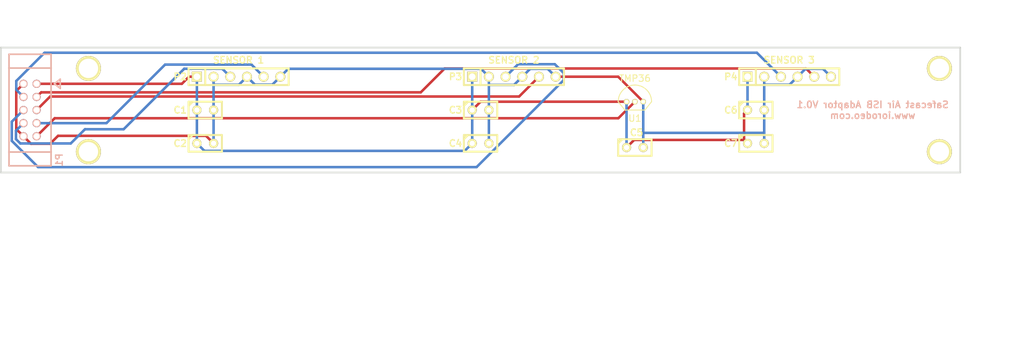
<source format=kicad_pcb>
(kicad_pcb (version 3) (host pcbnew "(2013-jul-07)-stable")

  (general
    (links 36)
    (no_connects 0)
    (area 39.877999 64.744603 197.805524 116.940001)
    (thickness 1.6)
    (drawings 25)
    (tracks 98)
    (zones 0)
    (modules 16)
    (nets 10)
  )

  (page A3)
  (layers
    (15 F.Cu signal)
    (0 B.Cu signal)
    (16 B.Adhes user)
    (17 F.Adhes user)
    (18 B.Paste user)
    (19 F.Paste user)
    (20 B.SilkS user)
    (21 F.SilkS user)
    (22 B.Mask user)
    (23 F.Mask user)
    (24 Dwgs.User user)
    (25 Cmts.User user)
    (26 Eco1.User user)
    (27 Eco2.User user)
    (28 Edge.Cuts user)
  )

  (setup
    (last_trace_width 0.381)
    (trace_clearance 0.254)
    (zone_clearance 0.508)
    (zone_45_only no)
    (trace_min 0.254)
    (segment_width 0.2)
    (edge_width 0.254)
    (via_size 0.889)
    (via_drill 0.635)
    (via_min_size 0.889)
    (via_min_drill 0.508)
    (uvia_size 0.508)
    (uvia_drill 0.127)
    (uvias_allowed no)
    (uvia_min_size 0.508)
    (uvia_min_drill 0.127)
    (pcb_text_width 0.2032)
    (pcb_text_size 1.016 1.016)
    (mod_edge_width 0.15)
    (mod_text_size 1 1)
    (mod_text_width 0.15)
    (pad_size 1.5 1.5)
    (pad_drill 0.6)
    (pad_to_mask_clearance 0)
    (aux_axis_origin 0 0)
    (visible_elements FFFFFFBF)
    (pcbplotparams
      (layerselection 284196865)
      (usegerberextensions true)
      (excludeedgelayer true)
      (linewidth 0.150000)
      (plotframeref false)
      (viasonmask false)
      (mode 1)
      (useauxorigin false)
      (hpglpennumber 1)
      (hpglpenspeed 20)
      (hpglpendiameter 15)
      (hpglpenoverlay 2)
      (psnegative false)
      (psa4output false)
      (plotreference true)
      (plotvalue true)
      (plotothertext true)
      (plotinvisibletext false)
      (padsonsilk false)
      (subtractmaskfromsilk false)
      (outputformat 1)
      (mirror false)
      (drillshape 0)
      (scaleselection 1)
      (outputdirectory gerber_v0p1/))
  )

  (net 0 "")
  (net 1 /AUX1)
  (net 2 /AUX2)
  (net 3 /AUX3)
  (net 4 /TMP)
  (net 5 /VIN)
  (net 6 /WRK1)
  (net 7 /WRK2)
  (net 8 /WRK3)
  (net 9 GND)

  (net_class Default "This is the default net class."
    (clearance 0.254)
    (trace_width 0.381)
    (via_dia 0.889)
    (via_drill 0.635)
    (uvia_dia 0.508)
    (uvia_drill 0.127)
    (add_net "")
    (add_net /AUX1)
    (add_net /AUX2)
    (add_net /AUX3)
    (add_net /TMP)
    (add_net /WRK1)
    (add_net /WRK2)
    (add_net /WRK3)
  )

  (net_class Power ""
    (clearance 0.254)
    (trace_width 0.381)
    (via_dia 0.889)
    (via_drill 0.635)
    (uvia_dia 0.508)
    (uvia_drill 0.127)
    (add_net /VIN)
    (add_net GND)
  )

  (module TMP36 (layer F.Cu) (tedit 557899C4) (tstamp 55789AC8)
    (at 136.525 80.01)
    (path /5578959F)
    (fp_text reference U1 (at 0 2.54) (layer F.SilkS)
      (effects (font (size 1 1) (thickness 0.15)))
    )
    (fp_text value TMP36 (at 0 -3.556) (layer F.SilkS)
      (effects (font (size 1 1) (thickness 0.15)))
    )
    (fp_arc (start 0 0) (end 0 -2.54) (angle 90) (layer F.SilkS) (width 0.15))
    (fp_arc (start 0 0) (end -2.54 0) (angle 90) (layer F.SilkS) (width 0.15))
    (fp_line (start -1.524 1.27) (end -2.54 0) (layer F.SilkS) (width 0.15))
    (fp_line (start 1.524 1.27) (end 2.54 0) (layer F.SilkS) (width 0.15))
    (fp_line (start -1.524 1.27) (end 1.524 1.27) (layer F.SilkS) (width 0.15))
    (pad 1 thru_hole circle (at -1.27 0) (size 0.8382 0.8382) (drill 0.508)
      (layers *.Cu *.Mask F.SilkS)
      (net 5 /VIN)
    )
    (pad 2 thru_hole circle (at 0 0) (size 0.8382 0.8382) (drill 0.508)
      (layers *.Cu *.Mask F.SilkS)
      (net 4 /TMP)
    )
    (pad 3 thru_hole circle (at 1.27 0) (size 0.8382 0.8382) (drill 0.508)
      (layers *.Cu *.Mask F.SilkS)
      (net 9 GND)
    )
  )

  (module PIN_ARRAY-6X1 (layer F.Cu) (tedit 5578A320) (tstamp 55789A29)
    (at 76.2 76.2)
    (descr "Connecteur 6 pins")
    (tags "CONN DEV")
    (path /557884C6)
    (fp_text reference P2 (at -8.89 0) (layer F.SilkS)
      (effects (font (size 1.016 1.016) (thickness 0.2032)))
    )
    (fp_text value CONN_6 (at 0 2.159) (layer F.SilkS) hide
      (effects (font (size 1.016 0.889) (thickness 0.2032)))
    )
    (fp_line (start -7.62 1.27) (end -7.62 -1.27) (layer F.SilkS) (width 0.3048))
    (fp_line (start -7.62 -1.27) (end 7.62 -1.27) (layer F.SilkS) (width 0.3048))
    (fp_line (start 7.62 -1.27) (end 7.62 1.27) (layer F.SilkS) (width 0.3048))
    (fp_line (start 7.62 1.27) (end -7.62 1.27) (layer F.SilkS) (width 0.3048))
    (fp_line (start -5.08 1.27) (end -5.08 -1.27) (layer F.SilkS) (width 0.3048))
    (pad 1 thru_hole rect (at -6.35 0) (size 1.524 1.524) (drill 1.016)
      (layers *.Cu *.Mask F.SilkS)
      (net 5 /VIN)
    )
    (pad 2 thru_hole circle (at -3.81 0) (size 1.524 1.524) (drill 1.016)
      (layers *.Cu *.Mask F.SilkS)
      (net 9 GND)
    )
    (pad 3 thru_hole circle (at -1.27 0) (size 1.524 1.524) (drill 1.016)
      (layers *.Cu *.Mask F.SilkS)
      (net 6 /WRK1)
    )
    (pad 4 thru_hole circle (at 1.27 0) (size 1.524 1.524) (drill 1.016)
      (layers *.Cu *.Mask F.SilkS)
      (net 9 GND)
    )
    (pad 5 thru_hole circle (at 3.81 0) (size 1.524 1.524) (drill 1.016)
      (layers *.Cu *.Mask F.SilkS)
      (net 1 /AUX1)
    )
    (pad 6 thru_hole circle (at 6.35 0) (size 1.524 1.524) (drill 1.016)
      (layers *.Cu *.Mask F.SilkS)
      (net 9 GND)
    )
    (model pin_array/pins_array_6x1.wrl
      (at (xyz 0 0 0))
      (scale (xyz 1 1 1))
      (rotate (xyz 0 0 0))
    )
  )

  (module PIN_ARRAY-6X1 (layer F.Cu) (tedit 5578A33A) (tstamp 55789A38)
    (at 118.11 76.2)
    (descr "Connecteur 6 pins")
    (tags "CONN DEV")
    (path /557886C3)
    (fp_text reference P3 (at -8.89 0) (layer F.SilkS)
      (effects (font (size 1.016 1.016) (thickness 0.2032)))
    )
    (fp_text value CONN_6 (at 0 2.159) (layer F.SilkS) hide
      (effects (font (size 1.016 0.889) (thickness 0.2032)))
    )
    (fp_line (start -7.62 1.27) (end -7.62 -1.27) (layer F.SilkS) (width 0.3048))
    (fp_line (start -7.62 -1.27) (end 7.62 -1.27) (layer F.SilkS) (width 0.3048))
    (fp_line (start 7.62 -1.27) (end 7.62 1.27) (layer F.SilkS) (width 0.3048))
    (fp_line (start 7.62 1.27) (end -7.62 1.27) (layer F.SilkS) (width 0.3048))
    (fp_line (start -5.08 1.27) (end -5.08 -1.27) (layer F.SilkS) (width 0.3048))
    (pad 1 thru_hole rect (at -6.35 0) (size 1.524 1.524) (drill 1.016)
      (layers *.Cu *.Mask F.SilkS)
      (net 5 /VIN)
    )
    (pad 2 thru_hole circle (at -3.81 0) (size 1.524 1.524) (drill 1.016)
      (layers *.Cu *.Mask F.SilkS)
      (net 9 GND)
    )
    (pad 3 thru_hole circle (at -1.27 0) (size 1.524 1.524) (drill 1.016)
      (layers *.Cu *.Mask F.SilkS)
      (net 7 /WRK2)
    )
    (pad 4 thru_hole circle (at 1.27 0) (size 1.524 1.524) (drill 1.016)
      (layers *.Cu *.Mask F.SilkS)
      (net 9 GND)
    )
    (pad 5 thru_hole circle (at 3.81 0) (size 1.524 1.524) (drill 1.016)
      (layers *.Cu *.Mask F.SilkS)
      (net 2 /AUX2)
    )
    (pad 6 thru_hole circle (at 6.35 0) (size 1.524 1.524) (drill 1.016)
      (layers *.Cu *.Mask F.SilkS)
      (net 9 GND)
    )
    (model pin_array/pins_array_6x1.wrl
      (at (xyz 0 0 0))
      (scale (xyz 1 1 1))
      (rotate (xyz 0 0 0))
    )
  )

  (module PIN_ARRAY-6X1 (layer F.Cu) (tedit 5578A349) (tstamp 55789A47)
    (at 160.02 76.2)
    (descr "Connecteur 6 pins")
    (tags "CONN DEV")
    (path /557886DC)
    (fp_text reference P4 (at -8.89 0) (layer F.SilkS)
      (effects (font (size 1.016 1.016) (thickness 0.2032)))
    )
    (fp_text value CONN_6 (at 0 2.159) (layer F.SilkS) hide
      (effects (font (size 1.016 0.889) (thickness 0.2032)))
    )
    (fp_line (start -7.62 1.27) (end -7.62 -1.27) (layer F.SilkS) (width 0.3048))
    (fp_line (start -7.62 -1.27) (end 7.62 -1.27) (layer F.SilkS) (width 0.3048))
    (fp_line (start 7.62 -1.27) (end 7.62 1.27) (layer F.SilkS) (width 0.3048))
    (fp_line (start 7.62 1.27) (end -7.62 1.27) (layer F.SilkS) (width 0.3048))
    (fp_line (start -5.08 1.27) (end -5.08 -1.27) (layer F.SilkS) (width 0.3048))
    (pad 1 thru_hole rect (at -6.35 0) (size 1.524 1.524) (drill 1.016)
      (layers *.Cu *.Mask F.SilkS)
      (net 5 /VIN)
    )
    (pad 2 thru_hole circle (at -3.81 0) (size 1.524 1.524) (drill 1.016)
      (layers *.Cu *.Mask F.SilkS)
      (net 9 GND)
    )
    (pad 3 thru_hole circle (at -1.27 0) (size 1.524 1.524) (drill 1.016)
      (layers *.Cu *.Mask F.SilkS)
      (net 8 /WRK3)
    )
    (pad 4 thru_hole circle (at 1.27 0) (size 1.524 1.524) (drill 1.016)
      (layers *.Cu *.Mask F.SilkS)
      (net 9 GND)
    )
    (pad 5 thru_hole circle (at 3.81 0) (size 1.524 1.524) (drill 1.016)
      (layers *.Cu *.Mask F.SilkS)
      (net 3 /AUX3)
    )
    (pad 6 thru_hole circle (at 6.35 0) (size 1.524 1.524) (drill 1.016)
      (layers *.Cu *.Mask F.SilkS)
      (net 9 GND)
    )
    (model pin_array/pins_array_6x1.wrl
      (at (xyz 0 0 0))
      (scale (xyz 1 1 1))
      (rotate (xyz 0 0 0))
    )
  )

  (module C1 (layer F.Cu) (tedit 5578A327) (tstamp 55789A52)
    (at 71.12 81.28)
    (descr "Condensateur e = 1 pas")
    (tags C)
    (path /557892EC)
    (fp_text reference C1 (at -3.81 0) (layer F.SilkS)
      (effects (font (size 1.016 1.016) (thickness 0.2032)))
    )
    (fp_text value 10nF (at 0 -2.286) (layer F.SilkS) hide
      (effects (font (size 1.016 1.016) (thickness 0.2032)))
    )
    (fp_line (start -2.4892 -1.27) (end 2.54 -1.27) (layer F.SilkS) (width 0.3048))
    (fp_line (start 2.54 -1.27) (end 2.54 1.27) (layer F.SilkS) (width 0.3048))
    (fp_line (start 2.54 1.27) (end -2.54 1.27) (layer F.SilkS) (width 0.3048))
    (fp_line (start -2.54 1.27) (end -2.54 -1.27) (layer F.SilkS) (width 0.3048))
    (fp_line (start -2.54 -0.635) (end -1.905 -1.27) (layer F.SilkS) (width 0.3048))
    (pad 1 thru_hole circle (at -1.27 0) (size 1.397 1.397) (drill 0.8128)
      (layers *.Cu *.Mask F.SilkS)
      (net 5 /VIN)
    )
    (pad 2 thru_hole circle (at 1.27 0) (size 1.397 1.397) (drill 0.8128)
      (layers *.Cu *.Mask F.SilkS)
      (net 9 GND)
    )
    (model discret/capa_1_pas.wrl
      (at (xyz 0 0 0))
      (scale (xyz 1 1 1))
      (rotate (xyz 0 0 0))
    )
  )

  (module C1 (layer F.Cu) (tedit 5578A32B) (tstamp 55789A5D)
    (at 71.12 86.36)
    (descr "Condensateur e = 1 pas")
    (tags C)
    (path /557892FB)
    (fp_text reference C2 (at -3.81 0) (layer F.SilkS)
      (effects (font (size 1.016 1.016) (thickness 0.2032)))
    )
    (fp_text value 100nF (at 0 -2.286) (layer F.SilkS) hide
      (effects (font (size 1.016 1.016) (thickness 0.2032)))
    )
    (fp_line (start -2.4892 -1.27) (end 2.54 -1.27) (layer F.SilkS) (width 0.3048))
    (fp_line (start 2.54 -1.27) (end 2.54 1.27) (layer F.SilkS) (width 0.3048))
    (fp_line (start 2.54 1.27) (end -2.54 1.27) (layer F.SilkS) (width 0.3048))
    (fp_line (start -2.54 1.27) (end -2.54 -1.27) (layer F.SilkS) (width 0.3048))
    (fp_line (start -2.54 -0.635) (end -1.905 -1.27) (layer F.SilkS) (width 0.3048))
    (pad 1 thru_hole circle (at -1.27 0) (size 1.397 1.397) (drill 0.8128)
      (layers *.Cu *.Mask F.SilkS)
      (net 5 /VIN)
    )
    (pad 2 thru_hole circle (at 1.27 0) (size 1.397 1.397) (drill 0.8128)
      (layers *.Cu *.Mask F.SilkS)
      (net 9 GND)
    )
    (model discret/capa_1_pas.wrl
      (at (xyz 0 0 0))
      (scale (xyz 1 1 1))
      (rotate (xyz 0 0 0))
    )
  )

  (module C1 (layer F.Cu) (tedit 5578A33E) (tstamp 55789A68)
    (at 113.03 81.28)
    (descr "Condensateur e = 1 pas")
    (tags C)
    (path /55789434)
    (fp_text reference C3 (at -3.81 0) (layer F.SilkS)
      (effects (font (size 1.016 1.016) (thickness 0.2032)))
    )
    (fp_text value 10nF (at 0 -2.286) (layer F.SilkS) hide
      (effects (font (size 1.016 1.016) (thickness 0.2032)))
    )
    (fp_line (start -2.4892 -1.27) (end 2.54 -1.27) (layer F.SilkS) (width 0.3048))
    (fp_line (start 2.54 -1.27) (end 2.54 1.27) (layer F.SilkS) (width 0.3048))
    (fp_line (start 2.54 1.27) (end -2.54 1.27) (layer F.SilkS) (width 0.3048))
    (fp_line (start -2.54 1.27) (end -2.54 -1.27) (layer F.SilkS) (width 0.3048))
    (fp_line (start -2.54 -0.635) (end -1.905 -1.27) (layer F.SilkS) (width 0.3048))
    (pad 1 thru_hole circle (at -1.27 0) (size 1.397 1.397) (drill 0.8128)
      (layers *.Cu *.Mask F.SilkS)
      (net 5 /VIN)
    )
    (pad 2 thru_hole circle (at 1.27 0) (size 1.397 1.397) (drill 0.8128)
      (layers *.Cu *.Mask F.SilkS)
      (net 9 GND)
    )
    (model discret/capa_1_pas.wrl
      (at (xyz 0 0 0))
      (scale (xyz 1 1 1))
      (rotate (xyz 0 0 0))
    )
  )

  (module C1 (layer F.Cu) (tedit 5578A342) (tstamp 55789A73)
    (at 113.03 86.36)
    (descr "Condensateur e = 1 pas")
    (tags C)
    (path /5578943A)
    (fp_text reference C4 (at -3.81 0) (layer F.SilkS)
      (effects (font (size 1.016 1.016) (thickness 0.2032)))
    )
    (fp_text value 100nF (at 0 -2.286) (layer F.SilkS) hide
      (effects (font (size 1.016 1.016) (thickness 0.2032)))
    )
    (fp_line (start -2.4892 -1.27) (end 2.54 -1.27) (layer F.SilkS) (width 0.3048))
    (fp_line (start 2.54 -1.27) (end 2.54 1.27) (layer F.SilkS) (width 0.3048))
    (fp_line (start 2.54 1.27) (end -2.54 1.27) (layer F.SilkS) (width 0.3048))
    (fp_line (start -2.54 1.27) (end -2.54 -1.27) (layer F.SilkS) (width 0.3048))
    (fp_line (start -2.54 -0.635) (end -1.905 -1.27) (layer F.SilkS) (width 0.3048))
    (pad 1 thru_hole circle (at -1.27 0) (size 1.397 1.397) (drill 0.8128)
      (layers *.Cu *.Mask F.SilkS)
      (net 5 /VIN)
    )
    (pad 2 thru_hole circle (at 1.27 0) (size 1.397 1.397) (drill 0.8128)
      (layers *.Cu *.Mask F.SilkS)
      (net 9 GND)
    )
    (model discret/capa_1_pas.wrl
      (at (xyz 0 0 0))
      (scale (xyz 1 1 1))
      (rotate (xyz 0 0 0))
    )
  )

  (module C1 (layer F.Cu) (tedit 3F92C496) (tstamp 55789A7E)
    (at 136.525 86.995)
    (descr "Condensateur e = 1 pas")
    (tags C)
    (path /55789455)
    (fp_text reference C5 (at 0.254 -2.286) (layer F.SilkS)
      (effects (font (size 1.016 1.016) (thickness 0.2032)))
    )
    (fp_text value 10nF (at 0 -2.286) (layer F.SilkS) hide
      (effects (font (size 1.016 1.016) (thickness 0.2032)))
    )
    (fp_line (start -2.4892 -1.27) (end 2.54 -1.27) (layer F.SilkS) (width 0.3048))
    (fp_line (start 2.54 -1.27) (end 2.54 1.27) (layer F.SilkS) (width 0.3048))
    (fp_line (start 2.54 1.27) (end -2.54 1.27) (layer F.SilkS) (width 0.3048))
    (fp_line (start -2.54 1.27) (end -2.54 -1.27) (layer F.SilkS) (width 0.3048))
    (fp_line (start -2.54 -0.635) (end -1.905 -1.27) (layer F.SilkS) (width 0.3048))
    (pad 1 thru_hole circle (at -1.27 0) (size 1.397 1.397) (drill 0.8128)
      (layers *.Cu *.Mask F.SilkS)
      (net 5 /VIN)
    )
    (pad 2 thru_hole circle (at 1.27 0) (size 1.397 1.397) (drill 0.8128)
      (layers *.Cu *.Mask F.SilkS)
      (net 9 GND)
    )
    (model discret/capa_1_pas.wrl
      (at (xyz 0 0 0))
      (scale (xyz 1 1 1))
      (rotate (xyz 0 0 0))
    )
  )

  (module C1 (layer F.Cu) (tedit 5578A357) (tstamp 55789A89)
    (at 154.94 81.28)
    (descr "Condensateur e = 1 pas")
    (tags C)
    (path /5578945B)
    (fp_text reference C6 (at -3.81 0) (layer F.SilkS)
      (effects (font (size 1.016 1.016) (thickness 0.2032)))
    )
    (fp_text value 100nF (at 0 -2.286) (layer F.SilkS) hide
      (effects (font (size 1.016 1.016) (thickness 0.2032)))
    )
    (fp_line (start -2.4892 -1.27) (end 2.54 -1.27) (layer F.SilkS) (width 0.3048))
    (fp_line (start 2.54 -1.27) (end 2.54 1.27) (layer F.SilkS) (width 0.3048))
    (fp_line (start 2.54 1.27) (end -2.54 1.27) (layer F.SilkS) (width 0.3048))
    (fp_line (start -2.54 1.27) (end -2.54 -1.27) (layer F.SilkS) (width 0.3048))
    (fp_line (start -2.54 -0.635) (end -1.905 -1.27) (layer F.SilkS) (width 0.3048))
    (pad 1 thru_hole circle (at -1.27 0) (size 1.397 1.397) (drill 0.8128)
      (layers *.Cu *.Mask F.SilkS)
      (net 5 /VIN)
    )
    (pad 2 thru_hole circle (at 1.27 0) (size 1.397 1.397) (drill 0.8128)
      (layers *.Cu *.Mask F.SilkS)
      (net 9 GND)
    )
    (model discret/capa_1_pas.wrl
      (at (xyz 0 0 0))
      (scale (xyz 1 1 1))
      (rotate (xyz 0 0 0))
    )
  )

  (module C1 (layer F.Cu) (tedit 5578A35A) (tstamp 55789A94)
    (at 154.94 86.36)
    (descr "Condensateur e = 1 pas")
    (tags C)
    (path /557896AB)
    (fp_text reference C7 (at -3.81 0) (layer F.SilkS)
      (effects (font (size 1.016 1.016) (thickness 0.2032)))
    )
    (fp_text value 0.1uF (at 0 -2.286) (layer F.SilkS) hide
      (effects (font (size 1.016 1.016) (thickness 0.2032)))
    )
    (fp_line (start -2.4892 -1.27) (end 2.54 -1.27) (layer F.SilkS) (width 0.3048))
    (fp_line (start 2.54 -1.27) (end 2.54 1.27) (layer F.SilkS) (width 0.3048))
    (fp_line (start 2.54 1.27) (end -2.54 1.27) (layer F.SilkS) (width 0.3048))
    (fp_line (start -2.54 1.27) (end -2.54 -1.27) (layer F.SilkS) (width 0.3048))
    (fp_line (start -2.54 -0.635) (end -1.905 -1.27) (layer F.SilkS) (width 0.3048))
    (pad 1 thru_hole circle (at -1.27 0) (size 1.397 1.397) (drill 0.8128)
      (layers *.Cu *.Mask F.SilkS)
      (net 5 /VIN)
    )
    (pad 2 thru_hole circle (at 1.27 0) (size 1.397 1.397) (drill 0.8128)
      (layers *.Cu *.Mask F.SilkS)
      (net 9 GND)
    )
    (model discret/capa_1_pas.wrl
      (at (xyz 0 0 0))
      (scale (xyz 1 1 1))
      (rotate (xyz 0 0 0))
    )
  )

  (module 5X2_2MM_SHRD_HEADER (layer B.Cu) (tedit 5578A369) (tstamp 55789AAF)
    (at 44.45 81.28 270)
    (path /557884F3)
    (fp_text reference P1 (at 7.62 -4.445 270) (layer B.SilkS)
      (effects (font (size 1.016 1.016) (thickness 0.2032)) (justify mirror))
    )
    (fp_text value CONN_5X2 (at 0 -4.7 270) (layer B.SilkS) hide
      (effects (font (size 1.016 0.8636) (thickness 0.2032)) (justify mirror))
    )
    (fp_line (start 8.5 3.2) (end 8.5 -3.2) (layer B.SilkS) (width 0.25))
    (fp_line (start 6.4 -3.2) (end 8.5 -3.2) (layer B.SilkS) (width 0.25))
    (fp_line (start 6.4 3.2) (end 8.5 3.2) (layer B.SilkS) (width 0.25))
    (fp_line (start -6.4 -3.2) (end -8.5 -3.2) (layer B.SilkS) (width 0.25))
    (fp_line (start -8.5 -3.2) (end -8.5 3.2) (layer B.SilkS) (width 0.25))
    (fp_line (start -8.5 3.2) (end -6.4 3.2) (layer B.SilkS) (width 0.25))
    (fp_line (start -4 -3.7) (end -4.7 -4.6) (layer B.SilkS) (width 0.25))
    (fp_line (start -4.7 -4.6) (end -3.3 -4.6) (layer B.SilkS) (width 0.25))
    (fp_line (start -3.3 -4.6) (end -4 -3.7) (layer B.SilkS) (width 0.25))
    (fp_line (start -6.4 3.2) (end -6.4 -3.2) (layer B.SilkS) (width 0.25))
    (fp_line (start -6.4 -3.2) (end 6.4 -3.2) (layer B.SilkS) (width 0.25))
    (fp_line (start 6.4 -3.2) (end 6.4 3.2) (layer B.SilkS) (width 0.25))
    (fp_line (start 6.4 3.2) (end -6.4 3.2) (layer B.SilkS) (width 0.25))
    (pad 1 thru_hole circle (at -4 -1 270) (size 1.25 1.25) (drill 0.9)
      (layers *.Cu *.Mask B.SilkS)
      (net 5 /VIN)
    )
    (pad 2 thru_hole circle (at -4 1 270) (size 1.25 1.25) (drill 0.9)
      (layers *.Cu *.Mask B.SilkS)
      (net 9 GND)
    )
    (pad 3 thru_hole circle (at -2 -1 270) (size 1.25 1.25) (drill 0.9)
      (layers *.Cu *.Mask B.SilkS)
      (net 3 /AUX3)
    )
    (pad 4 thru_hole circle (at -2 1 270) (size 1.25 1.25) (drill 0.9)
      (layers *.Cu *.Mask B.SilkS)
      (net 8 /WRK3)
    )
    (pad 5 thru_hole circle (at 0 -1 270) (size 1.25 1.25) (drill 0.9)
      (layers *.Cu *.Mask B.SilkS)
      (net 2 /AUX2)
    )
    (pad 6 thru_hole circle (at 0 1 270) (size 1.25 1.25) (drill 0.9)
      (layers *.Cu *.Mask B.SilkS)
      (net 7 /WRK2)
    )
    (pad 7 thru_hole circle (at 2 -1 270) (size 1.25 1.25) (drill 0.9)
      (layers *.Cu *.Mask B.SilkS)
      (net 1 /AUX1)
    )
    (pad 8 thru_hole circle (at 2 1 270) (size 1.25 1.25) (drill 0.9)
      (layers *.Cu *.Mask B.SilkS)
      (net 6 /WRK1)
    )
    (pad 9 thru_hole circle (at 4 -1 270) (size 1.25 1.25) (drill 0.9)
      (layers *.Cu *.Mask B.SilkS)
      (net 4 /TMP)
    )
    (pad 10 thru_hole circle (at 4 1 270) (size 1.25 1.25) (drill 0.9)
      (layers *.Cu *.Mask B.SilkS)
      (net 9 GND)
    )
  )

  (module 4-40 (layer F.Cu) (tedit 5578A498) (tstamp 5578FCDC)
    (at 182.88 74.93)
    (fp_text reference M3 (at 0 -3.1) (layer F.SilkS) hide
      (effects (font (size 1 1) (thickness 0.15)))
    )
    (fp_text value VAL** (at 0 3.4) (layer F.SilkS) hide
      (effects (font (size 1 1) (thickness 0.15)))
    )
    (pad "" thru_hole circle (at 0 0) (size 3.81 3.81) (drill 2.9464)
      (layers *.Cu *.Mask F.SilkS)
    )
  )

  (module 4-40 (layer F.Cu) (tedit 5578A4A6) (tstamp 5578FCEE)
    (at 182.88 87.63)
    (fp_text reference M4 (at 0 -3.1) (layer F.SilkS) hide
      (effects (font (size 1 1) (thickness 0.15)))
    )
    (fp_text value VAL** (at 0 3.4) (layer F.SilkS) hide
      (effects (font (size 1 1) (thickness 0.15)))
    )
    (pad "" thru_hole circle (at 0 0) (size 3.81 3.81) (drill 2.9464)
      (layers *.Cu *.Mask F.SilkS)
    )
  )

  (module 4-40 (layer F.Cu) (tedit 5578A474) (tstamp 5578FD23)
    (at 53.34 74.93)
    (fp_text reference M1 (at 0 -3.1) (layer F.SilkS) hide
      (effects (font (size 1 1) (thickness 0.15)))
    )
    (fp_text value VAL** (at 0 3.4) (layer F.SilkS) hide
      (effects (font (size 1 1) (thickness 0.15)))
    )
    (pad "" thru_hole circle (at 0 0) (size 3.81 3.81) (drill 2.9464)
      (layers *.Cu *.Mask F.SilkS)
    )
  )

  (module 4-40 (layer F.Cu) (tedit 5578A484) (tstamp 5578FD34)
    (at 53.34 87.63)
    (fp_text reference M2 (at 0 -3.1) (layer F.SilkS) hide
      (effects (font (size 1 1) (thickness 0.15)))
    )
    (fp_text value VAL** (at 0 3.4) (layer F.SilkS) hide
      (effects (font (size 1 1) (thickness 0.15)))
    )
    (pad "" thru_hole circle (at 0 0) (size 3.81 3.81) (drill 2.9464)
      (layers *.Cu *.Mask F.SilkS)
    )
  )

  (dimension 19.05 (width 0.2032) (layer Dwgs.User)
    (gr_text "0.7500 in" (at 193.954399 81.28 270) (layer Dwgs.User)
      (effects (font (size 1.016 1.016) (thickness 0.2032)))
    )
    (feature1 (pts (xy 186.055 90.805) (xy 194.868799 90.805)))
    (feature2 (pts (xy 186.055 71.755) (xy 194.868799 71.755)))
    (crossbar (pts (xy 193.039999 71.755) (xy 193.039999 90.805)))
    (arrow1a (pts (xy 193.039999 90.805) (xy 192.453579 89.678497)))
    (arrow1b (pts (xy 193.039999 90.805) (xy 193.626419 89.678497)))
    (arrow2a (pts (xy 193.039999 71.755) (xy 192.453579 72.881503)))
    (arrow2b (pts (xy 193.039999 71.755) (xy 193.626419 72.881503)))
  )
  (dimension 146.05 (width 0.2032) (layer Dwgs.User)
    (gr_text "5.7500 in" (at 113.03 65.760603) (layer Dwgs.User)
      (effects (font (size 1.016 1.016) (thickness 0.2032)))
    )
    (feature1 (pts (xy 186.055 71.755) (xy 186.055 64.846203)))
    (feature2 (pts (xy 40.005 71.755) (xy 40.005 64.846203)))
    (crossbar (pts (xy 40.005 66.675003) (xy 186.055 66.675003)))
    (arrow1a (pts (xy 186.055 66.675003) (xy 184.928497 67.261423)))
    (arrow1b (pts (xy 186.055 66.675003) (xy 184.928497 66.088583)))
    (arrow2a (pts (xy 40.005 66.675003) (xy 41.131503 67.261423)))
    (arrow2b (pts (xy 40.005 66.675003) (xy 41.131503 66.088583)))
  )
  (gr_text "Safecast Air ISB Adaptor V0.1\nwww.iorodeo.com" (at 172.72 81.28) (layer B.SilkS)
    (effects (font (size 1.016 1.016) (thickness 0.2032)) (justify mirror))
  )
  (gr_text "SENSOR 3" (at 160.02 73.66) (layer F.SilkS)
    (effects (font (size 1.016 1.016) (thickness 0.2032)))
  )
  (gr_text "SENSOR 2" (at 118.11 73.66) (layer F.SilkS)
    (effects (font (size 1.016 1.016) (thickness 0.2032)))
  )
  (gr_text "SENSOR 1" (at 76.2 73.66) (layer F.SilkS)
    (effects (font (size 1.016 1.016) (thickness 0.2032)))
  )
  (gr_line (start 40.005 90.805) (end 186.055 90.805) (angle 90) (layer Edge.Cuts) (width 0.254))
  (gr_line (start 40.005 71.755) (end 186.055 71.755) (angle 90) (layer Edge.Cuts) (width 0.254))
  (gr_line (start 186.055 71.755) (end 186.055 90.805) (angle 90) (layer Edge.Cuts) (width 0.254))
  (gr_line (start 40.005 71.755) (end 40.005 90.805) (angle 90) (layer Edge.Cuts) (width 0.254))
  (gr_line (start 140.462 116.84) (end 179.578 116.84) (angle 90) (layer Dwgs.User) (width 0.2))
  (gr_line (start 179.578 72.136) (end 179.578 116.84) (angle 90) (layer Dwgs.User) (width 0.2))
  (gr_line (start 160.02 72.136) (end 179.578 72.136) (angle 90) (layer Dwgs.User) (width 0.2))
  (gr_line (start 140.462 72.136) (end 140.462 116.84) (angle 90) (layer Dwgs.User) (width 0.2))
  (gr_line (start 160.02 72.136) (end 140.462 72.136) (angle 90) (layer Dwgs.User) (width 0.2))
  (gr_line (start 98.552 116.84) (end 137.668 116.84) (angle 90) (layer Dwgs.User) (width 0.2))
  (gr_line (start 137.668 72.136) (end 137.668 116.84) (angle 90) (layer Dwgs.User) (width 0.2))
  (gr_line (start 98.552 72.136) (end 98.552 116.84) (angle 90) (layer Dwgs.User) (width 0.2))
  (gr_line (start 118.364 72.136) (end 137.668 72.136) (angle 90) (layer Dwgs.User) (width 0.2))
  (gr_line (start 118.364 72.136) (end 98.552 72.136) (angle 90) (layer Dwgs.User) (width 0.2))
  (gr_line (start 95.758 72.136) (end 95.758 116.84) (angle 90) (layer Dwgs.User) (width 0.2))
  (gr_line (start 56.642 72.136) (end 56.642 116.84) (angle 90) (layer Dwgs.User) (width 0.2))
  (gr_line (start 95.758 72.136) (end 56.642 72.136) (angle 90) (layer Dwgs.User) (width 0.2))
  (gr_line (start 56.642 116.84) (end 56.642 116.586) (angle 90) (layer Dwgs.User) (width 0.2))
  (gr_line (start 95.758 116.84) (end 56.642 116.84) (angle 90) (layer Dwgs.User) (width 0.2))

  (segment (start 56.0773 83.28) (end 45.45 83.28) (width 0.381) (layer B.Cu) (net 1))
  (segment (start 65.0081 74.3492) (end 56.0773 83.28) (width 0.381) (layer B.Cu) (net 1))
  (segment (start 78.1592 74.3492) (end 65.0081 74.3492) (width 0.381) (layer B.Cu) (net 1))
  (segment (start 80.01 76.2) (end 78.1592 74.3492) (width 0.381) (layer B.Cu) (net 1))
  (segment (start 118.9032 79.2168) (end 121.92 76.2) (width 0.381) (layer F.Cu) (net 2))
  (segment (start 47.5132 79.2168) (end 118.9032 79.2168) (width 0.381) (layer F.Cu) (net 2))
  (segment (start 45.45 81.28) (end 47.5132 79.2168) (width 0.381) (layer F.Cu) (net 2))
  (segment (start 162.575 74.945) (end 163.83 76.2) (width 0.381) (layer F.Cu) (net 3))
  (segment (start 107.566 74.945) (end 162.575 74.945) (width 0.381) (layer F.Cu) (net 3))
  (segment (start 103.9295 78.5815) (end 107.566 74.945) (width 0.381) (layer F.Cu) (net 3))
  (segment (start 46.1485 78.5815) (end 103.9295 78.5815) (width 0.381) (layer F.Cu) (net 3))
  (segment (start 45.45 79.28) (end 46.1485 78.5815) (width 0.381) (layer F.Cu) (net 3))
  (segment (start 134.0038 82.5312) (end 136.525 80.01) (width 0.381) (layer F.Cu) (net 4))
  (segment (start 48.1988 82.5312) (end 134.0038 82.5312) (width 0.381) (layer F.Cu) (net 4))
  (segment (start 45.45 85.28) (end 48.1988 82.5312) (width 0.381) (layer F.Cu) (net 4))
  (segment (start 153.67 81.28) (end 153.67 76.2) (width 0.381) (layer B.Cu) (net 5))
  (segment (start 111.76 81.28) (end 111.76 76.2) (width 0.381) (layer B.Cu) (net 5))
  (segment (start 113.03 80.01) (end 135.255 80.01) (width 0.381) (layer F.Cu) (net 5))
  (segment (start 111.76 81.28) (end 113.03 80.01) (width 0.381) (layer F.Cu) (net 5))
  (segment (start 135.255 80.01) (end 135.255 86.995) (width 0.381) (layer B.Cu) (net 5))
  (segment (start 153.1451 81.8049) (end 153.67 81.28) (width 0.381) (layer F.Cu) (net 5))
  (segment (start 153.1451 85.8351) (end 153.1451 81.8049) (width 0.381) (layer F.Cu) (net 5))
  (segment (start 136.4149 85.8351) (end 153.1451 85.8351) (width 0.381) (layer F.Cu) (net 5))
  (segment (start 135.255 86.995) (end 136.4149 85.8351) (width 0.381) (layer F.Cu) (net 5))
  (segment (start 153.1451 85.8351) (end 153.67 86.36) (width 0.381) (layer F.Cu) (net 5))
  (segment (start 69.85 86.36) (end 69.85 81.28) (width 0.381) (layer B.Cu) (net 5))
  (segment (start 69.85 81.28) (end 69.85 76.2) (width 0.381) (layer B.Cu) (net 5))
  (segment (start 67.5632 77.28) (end 68.6432 76.2) (width 0.381) (layer F.Cu) (net 5))
  (segment (start 45.45 77.28) (end 67.5632 77.28) (width 0.381) (layer F.Cu) (net 5))
  (segment (start 69.85 76.2) (end 68.6432 76.2) (width 0.381) (layer F.Cu) (net 5))
  (segment (start 110.6157 87.5043) (end 111.76 86.36) (width 0.381) (layer B.Cu) (net 5))
  (segment (start 70.9943 87.5043) (end 110.6157 87.5043) (width 0.381) (layer B.Cu) (net 5))
  (segment (start 69.85 86.36) (end 70.9943 87.5043) (width 0.381) (layer B.Cu) (net 5))
  (segment (start 111.76 86.36) (end 111.76 81.28) (width 0.381) (layer B.Cu) (net 5))
  (segment (start 73.7146 74.9846) (end 74.93 76.2) (width 0.381) (layer B.Cu) (net 6))
  (segment (start 67.9218 74.9846) (end 73.7146 74.9846) (width 0.381) (layer B.Cu) (net 6))
  (segment (start 58.6963 84.2101) (end 67.9218 74.9846) (width 0.381) (layer B.Cu) (net 6))
  (segment (start 52.8106 84.2101) (end 58.6963 84.2101) (width 0.381) (layer B.Cu) (net 6))
  (segment (start 50.6479 86.3728) (end 52.8106 84.2101) (width 0.381) (layer B.Cu) (net 6))
  (segment (start 42.9678 86.3728) (end 50.6479 86.3728) (width 0.381) (layer B.Cu) (net 6))
  (segment (start 42.3101 85.7151) (end 42.9678 86.3728) (width 0.381) (layer B.Cu) (net 6))
  (segment (start 42.3101 84.4199) (end 42.3101 85.7151) (width 0.381) (layer B.Cu) (net 6))
  (segment (start 43.45 83.28) (end 42.3101 84.4199) (width 0.381) (layer B.Cu) (net 6))
  (segment (start 118.7453 74.2947) (end 116.84 76.2) (width 0.381) (layer B.Cu) (net 7))
  (segment (start 124.3371 74.2947) (end 118.7453 74.2947) (width 0.381) (layer B.Cu) (net 7))
  (segment (start 125.6941 75.6517) (end 124.3371 74.2947) (width 0.381) (layer B.Cu) (net 7))
  (segment (start 125.6941 76.7103) (end 125.6941 75.6517) (width 0.381) (layer B.Cu) (net 7))
  (segment (start 112.4216 89.9828) (end 125.6941 76.7103) (width 0.381) (layer B.Cu) (net 7))
  (segment (start 45.6792 89.9828) (end 112.4216 89.9828) (width 0.381) (layer B.Cu) (net 7))
  (segment (start 41.6747 85.9783) (end 45.6792 89.9828) (width 0.381) (layer B.Cu) (net 7))
  (segment (start 41.6747 83.0553) (end 41.6747 85.9783) (width 0.381) (layer B.Cu) (net 7))
  (segment (start 43.45 81.28) (end 41.6747 83.0553) (width 0.381) (layer B.Cu) (net 7))
  (segment (start 155.096 72.546) (end 158.75 76.2) (width 0.381) (layer B.Cu) (net 8))
  (segment (start 46.6602 72.546) (end 155.096 72.546) (width 0.381) (layer B.Cu) (net 8))
  (segment (start 42.3571 76.8491) (end 46.6602 72.546) (width 0.381) (layer B.Cu) (net 8))
  (segment (start 42.3571 78.1871) (end 42.3571 76.8491) (width 0.381) (layer B.Cu) (net 8))
  (segment (start 43.45 79.28) (end 42.3571 78.1871) (width 0.381) (layer B.Cu) (net 8))
  (segment (start 114.3 81.28) (end 114.3 86.36) (width 0.381) (layer B.Cu) (net 9))
  (segment (start 120.5869 74.9931) (end 119.38 76.2) (width 0.381) (layer B.Cu) (net 9))
  (segment (start 123.2531 74.9931) (end 120.5869 74.9931) (width 0.381) (layer B.Cu) (net 9))
  (segment (start 124.46 76.2) (end 123.2531 74.9931) (width 0.381) (layer B.Cu) (net 9))
  (segment (start 83.7569 74.9931) (end 82.55 76.2) (width 0.381) (layer B.Cu) (net 9))
  (segment (start 113.0931 74.9931) (end 83.7569 74.9931) (width 0.381) (layer B.Cu) (net 9))
  (segment (start 114.3 76.2) (end 113.0931 74.9931) (width 0.381) (layer B.Cu) (net 9))
  (segment (start 118.1316 77.4484) (end 119.38 76.2) (width 0.381) (layer B.Cu) (net 9))
  (segment (start 114.3 77.4484) (end 118.1316 77.4484) (width 0.381) (layer B.Cu) (net 9))
  (segment (start 114.3 76.2) (end 114.3 77.4484) (width 0.381) (layer B.Cu) (net 9))
  (segment (start 114.3 77.4484) (end 114.3 81.28) (width 0.381) (layer B.Cu) (net 9))
  (segment (start 133.985 76.2) (end 137.795 80.01) (width 0.381) (layer F.Cu) (net 9))
  (segment (start 124.46 76.2) (end 133.985 76.2) (width 0.381) (layer F.Cu) (net 9))
  (segment (start 72.39 81.28) (end 72.39 86.36) (width 0.381) (layer B.Cu) (net 9))
  (segment (start 72.39 81.28) (end 72.39 77.4262) (width 0.381) (layer B.Cu) (net 9))
  (segment (start 72.39 77.4262) (end 72.39 76.2) (width 0.381) (layer B.Cu) (net 9))
  (segment (start 137.795 80.01) (end 137.795 84.7601) (width 0.381) (layer B.Cu) (net 9))
  (segment (start 137.795 84.7601) (end 137.795 86.995) (width 0.381) (layer B.Cu) (net 9))
  (segment (start 156.21 84.7601) (end 137.795 84.7601) (width 0.381) (layer B.Cu) (net 9))
  (segment (start 156.21 86.36) (end 156.21 84.7601) (width 0.381) (layer B.Cu) (net 9))
  (segment (start 42.3542 78.3758) (end 43.45 77.28) (width 0.381) (layer F.Cu) (net 9))
  (segment (start 42.3542 84.1842) (end 42.3542 78.3758) (width 0.381) (layer F.Cu) (net 9))
  (segment (start 43.45 85.28) (end 42.3542 84.1842) (width 0.381) (layer F.Cu) (net 9))
  (segment (start 44.5862 86.4162) (end 43.45 85.28) (width 0.381) (layer F.Cu) (net 9))
  (segment (start 47.5078 86.4162) (end 44.5862 86.4162) (width 0.381) (layer F.Cu) (net 9))
  (segment (start 48.7139 85.2101) (end 47.5078 86.4162) (width 0.381) (layer F.Cu) (net 9))
  (segment (start 71.2401 85.2101) (end 48.7139 85.2101) (width 0.381) (layer F.Cu) (net 9))
  (segment (start 72.39 86.36) (end 71.2401 85.2101) (width 0.381) (layer F.Cu) (net 9))
  (segment (start 76.2438 77.4262) (end 77.47 76.2) (width 0.381) (layer B.Cu) (net 9))
  (segment (start 72.39 77.4262) (end 76.2438 77.4262) (width 0.381) (layer B.Cu) (net 9))
  (segment (start 81.3371 77.4129) (end 82.55 76.2) (width 0.381) (layer B.Cu) (net 9))
  (segment (start 78.6829 77.4129) (end 81.3371 77.4129) (width 0.381) (layer B.Cu) (net 9))
  (segment (start 77.47 76.2) (end 78.6829 77.4129) (width 0.381) (layer B.Cu) (net 9))
  (segment (start 156.21 84.7601) (end 156.21 81.28) (width 0.381) (layer B.Cu) (net 9))
  (segment (start 162.4969 74.9931) (end 161.29 76.2) (width 0.381) (layer B.Cu) (net 9))
  (segment (start 165.1631 74.9931) (end 162.4969 74.9931) (width 0.381) (layer B.Cu) (net 9))
  (segment (start 166.37 76.2) (end 165.1631 74.9931) (width 0.381) (layer B.Cu) (net 9))
  (segment (start 160.0705 77.4195) (end 156.21 77.4195) (width 0.381) (layer B.Cu) (net 9))
  (segment (start 161.29 76.2) (end 160.0705 77.4195) (width 0.381) (layer B.Cu) (net 9))
  (segment (start 156.21 81.28) (end 156.21 77.4195) (width 0.381) (layer B.Cu) (net 9))
  (segment (start 156.21 77.4195) (end 156.21 76.2) (width 0.381) (layer B.Cu) (net 9))

)

</source>
